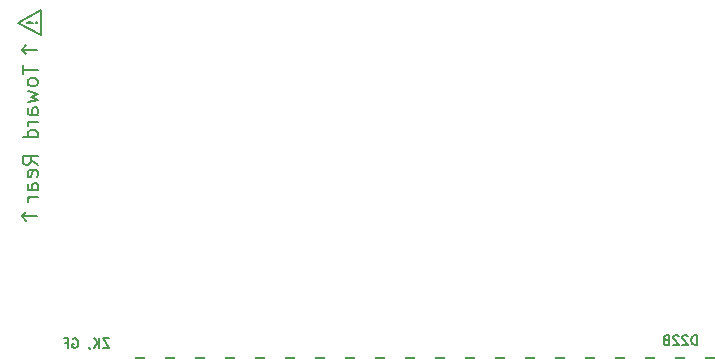
<source format=gbo>
G04 #@! TF.GenerationSoftware,KiCad,Pcbnew,7.0.10*
G04 #@! TF.CreationDate,2024-04-24T05:33:23-04:00*
G04 #@! TF.ProjectId,RAM2GS,52414d32-4753-42e6-9b69-6361645f7063,2.2*
G04 #@! TF.SameCoordinates,Original*
G04 #@! TF.FileFunction,Legend,Bot*
G04 #@! TF.FilePolarity,Positive*
%FSLAX46Y46*%
G04 Gerber Fmt 4.6, Leading zero omitted, Abs format (unit mm)*
G04 Created by KiCad (PCBNEW 7.0.10) date 2024-04-24 05:33:23*
%MOMM*%
%LPD*%
G01*
G04 APERTURE LIST*
G04 Aperture macros list*
%AMRoundRect*
0 Rectangle with rounded corners*
0 $1 Rounding radius*
0 $2 $3 $4 $5 $6 $7 $8 $9 X,Y pos of 4 corners*
0 Add a 4 corners polygon primitive as box body*
4,1,4,$2,$3,$4,$5,$6,$7,$8,$9,$2,$3,0*
0 Add four circle primitives for the rounded corners*
1,1,$1+$1,$2,$3*
1,1,$1+$1,$4,$5*
1,1,$1+$1,$6,$7*
1,1,$1+$1,$8,$9*
0 Add four rect primitives between the rounded corners*
20,1,$1+$1,$2,$3,$4,$5,0*
20,1,$1+$1,$4,$5,$6,$7,0*
20,1,$1+$1,$6,$7,$8,$9,0*
20,1,$1+$1,$8,$9,$2,$3,0*%
G04 Aperture macros list end*
%ADD10C,0.200000*%
%ADD11C,0.203200*%
%ADD12C,0.190500*%
%ADD13C,0.000000*%
%ADD14RoundRect,0.419100X-0.419100X-3.327100X0.419100X-3.327100X0.419100X3.327100X-0.419100X3.327100X0*%
%ADD15C,2.152400*%
%ADD16C,2.527300*%
%ADD17C,1.143000*%
%ADD18C,1.448000*%
G04 APERTURE END LIST*
D10*
X48895000Y-119634000D02*
X47625000Y-119634000D01*
X47625000Y-119634000D02*
X48006000Y-120015000D01*
X47625000Y-119634000D02*
X48006000Y-119253000D01*
X47625000Y-105537000D02*
X48006000Y-105918000D01*
X47625000Y-105537000D02*
X48006000Y-105156000D01*
X48895000Y-105537000D02*
X47625000Y-105537000D01*
X49212500Y-104330500D02*
X47307500Y-103251000D01*
X47307500Y-103251000D02*
X49212500Y-102171500D01*
X49212500Y-102171500D02*
X49212500Y-104330500D01*
X47694126Y-106873524D02*
X47694126Y-107599238D01*
X48964126Y-107236381D02*
X47694126Y-107236381D01*
X48964126Y-108204000D02*
X48903650Y-108083048D01*
X48903650Y-108083048D02*
X48843173Y-108022571D01*
X48843173Y-108022571D02*
X48722221Y-107962095D01*
X48722221Y-107962095D02*
X48359364Y-107962095D01*
X48359364Y-107962095D02*
X48238411Y-108022571D01*
X48238411Y-108022571D02*
X48177935Y-108083048D01*
X48177935Y-108083048D02*
X48117459Y-108204000D01*
X48117459Y-108204000D02*
X48117459Y-108385429D01*
X48117459Y-108385429D02*
X48177935Y-108506381D01*
X48177935Y-108506381D02*
X48238411Y-108566857D01*
X48238411Y-108566857D02*
X48359364Y-108627333D01*
X48359364Y-108627333D02*
X48722221Y-108627333D01*
X48722221Y-108627333D02*
X48843173Y-108566857D01*
X48843173Y-108566857D02*
X48903650Y-108506381D01*
X48903650Y-108506381D02*
X48964126Y-108385429D01*
X48964126Y-108385429D02*
X48964126Y-108204000D01*
X48117459Y-109050667D02*
X48964126Y-109292572D01*
X48964126Y-109292572D02*
X48359364Y-109534477D01*
X48359364Y-109534477D02*
X48964126Y-109776381D01*
X48964126Y-109776381D02*
X48117459Y-110018286D01*
X48964126Y-111046381D02*
X48298888Y-111046381D01*
X48298888Y-111046381D02*
X48177935Y-110985905D01*
X48177935Y-110985905D02*
X48117459Y-110864953D01*
X48117459Y-110864953D02*
X48117459Y-110623048D01*
X48117459Y-110623048D02*
X48177935Y-110502095D01*
X48903650Y-111046381D02*
X48964126Y-110925429D01*
X48964126Y-110925429D02*
X48964126Y-110623048D01*
X48964126Y-110623048D02*
X48903650Y-110502095D01*
X48903650Y-110502095D02*
X48782697Y-110441619D01*
X48782697Y-110441619D02*
X48661745Y-110441619D01*
X48661745Y-110441619D02*
X48540792Y-110502095D01*
X48540792Y-110502095D02*
X48480316Y-110623048D01*
X48480316Y-110623048D02*
X48480316Y-110925429D01*
X48480316Y-110925429D02*
X48419840Y-111046381D01*
X48964126Y-111651143D02*
X48117459Y-111651143D01*
X48359364Y-111651143D02*
X48238411Y-111711620D01*
X48238411Y-111711620D02*
X48177935Y-111772096D01*
X48177935Y-111772096D02*
X48117459Y-111893048D01*
X48117459Y-111893048D02*
X48117459Y-112014001D01*
X48964126Y-112981619D02*
X47694126Y-112981619D01*
X48903650Y-112981619D02*
X48964126Y-112860667D01*
X48964126Y-112860667D02*
X48964126Y-112618762D01*
X48964126Y-112618762D02*
X48903650Y-112497810D01*
X48903650Y-112497810D02*
X48843173Y-112437333D01*
X48843173Y-112437333D02*
X48722221Y-112376857D01*
X48722221Y-112376857D02*
X48359364Y-112376857D01*
X48359364Y-112376857D02*
X48238411Y-112437333D01*
X48238411Y-112437333D02*
X48177935Y-112497810D01*
X48177935Y-112497810D02*
X48117459Y-112618762D01*
X48117459Y-112618762D02*
X48117459Y-112860667D01*
X48117459Y-112860667D02*
X48177935Y-112981619D01*
X48964126Y-115279715D02*
X48359364Y-114856381D01*
X48964126Y-114554000D02*
X47694126Y-114554000D01*
X47694126Y-114554000D02*
X47694126Y-115037810D01*
X47694126Y-115037810D02*
X47754602Y-115158762D01*
X47754602Y-115158762D02*
X47815078Y-115219239D01*
X47815078Y-115219239D02*
X47936030Y-115279715D01*
X47936030Y-115279715D02*
X48117459Y-115279715D01*
X48117459Y-115279715D02*
X48238411Y-115219239D01*
X48238411Y-115219239D02*
X48298888Y-115158762D01*
X48298888Y-115158762D02*
X48359364Y-115037810D01*
X48359364Y-115037810D02*
X48359364Y-114554000D01*
X48903650Y-116307810D02*
X48964126Y-116186858D01*
X48964126Y-116186858D02*
X48964126Y-115944953D01*
X48964126Y-115944953D02*
X48903650Y-115824000D01*
X48903650Y-115824000D02*
X48782697Y-115763524D01*
X48782697Y-115763524D02*
X48298888Y-115763524D01*
X48298888Y-115763524D02*
X48177935Y-115824000D01*
X48177935Y-115824000D02*
X48117459Y-115944953D01*
X48117459Y-115944953D02*
X48117459Y-116186858D01*
X48117459Y-116186858D02*
X48177935Y-116307810D01*
X48177935Y-116307810D02*
X48298888Y-116368286D01*
X48298888Y-116368286D02*
X48419840Y-116368286D01*
X48419840Y-116368286D02*
X48540792Y-115763524D01*
X48964126Y-117456857D02*
X48298888Y-117456857D01*
X48298888Y-117456857D02*
X48177935Y-117396381D01*
X48177935Y-117396381D02*
X48117459Y-117275429D01*
X48117459Y-117275429D02*
X48117459Y-117033524D01*
X48117459Y-117033524D02*
X48177935Y-116912571D01*
X48903650Y-117456857D02*
X48964126Y-117335905D01*
X48964126Y-117335905D02*
X48964126Y-117033524D01*
X48964126Y-117033524D02*
X48903650Y-116912571D01*
X48903650Y-116912571D02*
X48782697Y-116852095D01*
X48782697Y-116852095D02*
X48661745Y-116852095D01*
X48661745Y-116852095D02*
X48540792Y-116912571D01*
X48540792Y-116912571D02*
X48480316Y-117033524D01*
X48480316Y-117033524D02*
X48480316Y-117335905D01*
X48480316Y-117335905D02*
X48419840Y-117456857D01*
X48964126Y-118061619D02*
X48117459Y-118061619D01*
X48359364Y-118061619D02*
X48238411Y-118122096D01*
X48238411Y-118122096D02*
X48177935Y-118182572D01*
X48177935Y-118182572D02*
X48117459Y-118303524D01*
X48117459Y-118303524D02*
X48117459Y-118424477D01*
D11*
X55021237Y-129981649D02*
X54479371Y-129981649D01*
X54479371Y-129981649D02*
X55021237Y-130794449D01*
X55021237Y-130794449D02*
X54479371Y-130794449D01*
X54169733Y-130794449D02*
X54169733Y-129981649D01*
X53705276Y-130794449D02*
X54053618Y-130329992D01*
X53705276Y-129981649D02*
X54169733Y-130446106D01*
X53318228Y-130755745D02*
X53318228Y-130794449D01*
X53318228Y-130794449D02*
X53356933Y-130871859D01*
X53356933Y-130871859D02*
X53395637Y-130910564D01*
X51924856Y-130020354D02*
X52002266Y-129981649D01*
X52002266Y-129981649D02*
X52118380Y-129981649D01*
X52118380Y-129981649D02*
X52234494Y-130020354D01*
X52234494Y-130020354D02*
X52311904Y-130097764D01*
X52311904Y-130097764D02*
X52350609Y-130175173D01*
X52350609Y-130175173D02*
X52389313Y-130329992D01*
X52389313Y-130329992D02*
X52389313Y-130446106D01*
X52389313Y-130446106D02*
X52350609Y-130600925D01*
X52350609Y-130600925D02*
X52311904Y-130678335D01*
X52311904Y-130678335D02*
X52234494Y-130755745D01*
X52234494Y-130755745D02*
X52118380Y-130794449D01*
X52118380Y-130794449D02*
X52040971Y-130794449D01*
X52040971Y-130794449D02*
X51924856Y-130755745D01*
X51924856Y-130755745D02*
X51886152Y-130717040D01*
X51886152Y-130717040D02*
X51886152Y-130446106D01*
X51886152Y-130446106D02*
X52040971Y-130446106D01*
X51266875Y-130368697D02*
X51537809Y-130368697D01*
X51537809Y-130794449D02*
X51537809Y-129981649D01*
X51537809Y-129981649D02*
X51150761Y-129981649D01*
X104771371Y-130540449D02*
X104771371Y-129727649D01*
X104771371Y-129727649D02*
X104577847Y-129727649D01*
X104577847Y-129727649D02*
X104461733Y-129766354D01*
X104461733Y-129766354D02*
X104384323Y-129843764D01*
X104384323Y-129843764D02*
X104345618Y-129921173D01*
X104345618Y-129921173D02*
X104306914Y-130075992D01*
X104306914Y-130075992D02*
X104306914Y-130192106D01*
X104306914Y-130192106D02*
X104345618Y-130346925D01*
X104345618Y-130346925D02*
X104384323Y-130424335D01*
X104384323Y-130424335D02*
X104461733Y-130501745D01*
X104461733Y-130501745D02*
X104577847Y-130540449D01*
X104577847Y-130540449D02*
X104771371Y-130540449D01*
X103997275Y-129805059D02*
X103958571Y-129766354D01*
X103958571Y-129766354D02*
X103881161Y-129727649D01*
X103881161Y-129727649D02*
X103687637Y-129727649D01*
X103687637Y-129727649D02*
X103610228Y-129766354D01*
X103610228Y-129766354D02*
X103571523Y-129805059D01*
X103571523Y-129805059D02*
X103532818Y-129882468D01*
X103532818Y-129882468D02*
X103532818Y-129959878D01*
X103532818Y-129959878D02*
X103571523Y-130075992D01*
X103571523Y-130075992D02*
X104035980Y-130540449D01*
X104035980Y-130540449D02*
X103532818Y-130540449D01*
X103223180Y-129805059D02*
X103184476Y-129766354D01*
X103184476Y-129766354D02*
X103107066Y-129727649D01*
X103107066Y-129727649D02*
X102913542Y-129727649D01*
X102913542Y-129727649D02*
X102836133Y-129766354D01*
X102836133Y-129766354D02*
X102797428Y-129805059D01*
X102797428Y-129805059D02*
X102758723Y-129882468D01*
X102758723Y-129882468D02*
X102758723Y-129959878D01*
X102758723Y-129959878D02*
X102797428Y-130075992D01*
X102797428Y-130075992D02*
X103261885Y-130540449D01*
X103261885Y-130540449D02*
X102758723Y-130540449D01*
X102139447Y-130114697D02*
X102023333Y-130153402D01*
X102023333Y-130153402D02*
X101984628Y-130192106D01*
X101984628Y-130192106D02*
X101945924Y-130269516D01*
X101945924Y-130269516D02*
X101945924Y-130385630D01*
X101945924Y-130385630D02*
X101984628Y-130463040D01*
X101984628Y-130463040D02*
X102023333Y-130501745D01*
X102023333Y-130501745D02*
X102100743Y-130540449D01*
X102100743Y-130540449D02*
X102410381Y-130540449D01*
X102410381Y-130540449D02*
X102410381Y-129727649D01*
X102410381Y-129727649D02*
X102139447Y-129727649D01*
X102139447Y-129727649D02*
X102062038Y-129766354D01*
X102062038Y-129766354D02*
X102023333Y-129805059D01*
X102023333Y-129805059D02*
X101984628Y-129882468D01*
X101984628Y-129882468D02*
X101984628Y-129959878D01*
X101984628Y-129959878D02*
X102023333Y-130037287D01*
X102023333Y-130037287D02*
X102062038Y-130075992D01*
X102062038Y-130075992D02*
X102139447Y-130114697D01*
X102139447Y-130114697D02*
X102410381Y-130114697D01*
D12*
X48802701Y-103250999D02*
X48841406Y-103289704D01*
X48841406Y-103289704D02*
X48880110Y-103250999D01*
X48880110Y-103250999D02*
X48841406Y-103212295D01*
X48841406Y-103212295D02*
X48802701Y-103250999D01*
X48802701Y-103250999D02*
X48880110Y-103250999D01*
X48570472Y-103250999D02*
X48106015Y-103212295D01*
X48106015Y-103212295D02*
X48067310Y-103250999D01*
X48067310Y-103250999D02*
X48106015Y-103289704D01*
X48106015Y-103289704D02*
X48570472Y-103250999D01*
X48570472Y-103250999D02*
X48067310Y-103250999D01*
%LPC*%
D13*
G36*
X113538000Y-139446000D02*
G01*
X113030000Y-139954000D01*
X55626000Y-139954000D01*
X55118000Y-139446000D01*
X55118000Y-132080000D01*
X113538000Y-132080000D01*
X113538000Y-139446000D01*
G37*
D14*
X110998000Y-135282000D03*
X108458000Y-135282000D03*
X105918000Y-135282000D03*
X103378000Y-135282000D03*
X100838000Y-135282000D03*
X98298000Y-135282000D03*
X95758000Y-135282000D03*
X93218000Y-135282000D03*
X90678000Y-135282000D03*
X88138000Y-135282000D03*
X85598000Y-135282000D03*
X83058000Y-135282000D03*
X80518000Y-135282000D03*
X77978000Y-135282000D03*
X75438000Y-135282000D03*
X72898000Y-135282000D03*
X70358000Y-135282000D03*
X67818000Y-135282000D03*
X65278000Y-135282000D03*
X62738000Y-135282000D03*
X60198000Y-135282000D03*
X57658000Y-135282000D03*
D15*
X110998000Y-130175000D03*
D16*
X102575974Y-96924872D03*
D17*
X100779923Y-98720923D03*
D16*
X98983872Y-100516974D03*
X106617090Y-100965987D03*
X103024987Y-104558090D03*
D17*
X106886497Y-103390656D03*
X105449656Y-104827497D03*
D18*
X48514000Y-93726000D03*
X102870000Y-93726000D03*
X48514000Y-129540000D03*
X111506000Y-115189000D03*
%LPD*%
M02*

</source>
